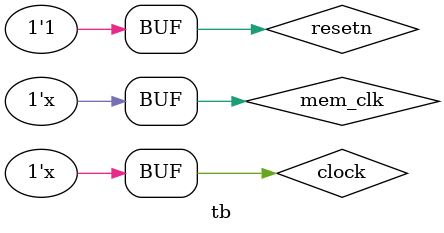
<source format=v>
`timescale 1ns / 1ps
module tb();
    reg clock, resetn, mem_clk;
    wire [31:0] a,b,alu,adr,tom,fromm,pc,ir;
    wire [2:0] q;
    
    initial begin clock=1;resetn=0;mem_clk=0;
    #1 resetn=1;
    end
    
    always #2 clock = ~clock;
    always #2 mem_clk=~mem_clk;
    
    mccomp uut(clock,resetn,q,a,b,alu,adr,tom,fromm,pc,ir,mem_clk);
    
endmodule

</source>
